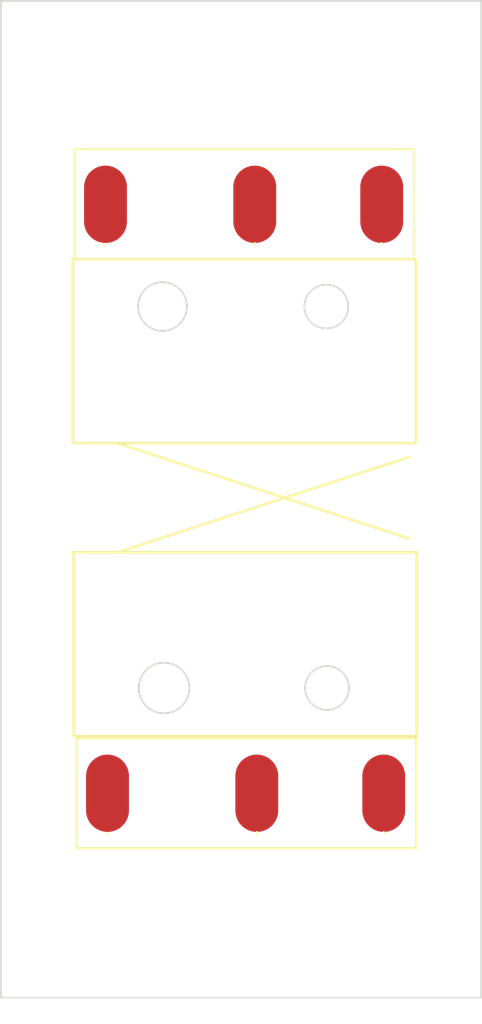
<source format=kicad_pcb>
(kicad_pcb (version 20221018) (generator pcbnew)
  (layers (0 "F.Cu" signal) (31 "B.Cu" signal) (34 "B.Paste" user) (35 "F.Paste" user) (36 "B.SilkS" user "B.Silkscreen") (37 "F.SilkS" user "F.Silkscreen") (38 "B.Mask" user) (39 "F.Mask" user) (44 "Edge.Cuts" user))
  (net 0 "")
  (footprint "MountingHole:MountingHole_3.2mm_M3" (layer "F.Cu") (at 89 118.5)
    (fp_text reference "REF**" hide)
    (fp_text value "MountingHole_3.2mm_M3")
    (pad "" np_thru_hole circle (at 0 0) (size 3.2 3.2) (drill 3.2) (layers "*.Cu" "*.Mask"))
  )
  (footprint "MountingHole:MountingHole_3.2mm_M3" (layer "F.Cu") (at 88.5 68)
    (fp_text reference "REF**" hide)
    (fp_text value "MountingHole_3.2mm_M3")
    (pad "" np_thru_hole circle (at 0 0) (size 3.2 3.2) (drill 3.2) (layers "F&B.Cu" "*.Mask"))
  )
  (footprint "custom_kicad_lib_sk:microswitch" (layer "F.Cu") (at 89.7992 75.838)
    (fp_text reference "SW1")
    (fp_text value "SW_SPDT")
    (fp_line (start -9.2 2.3) (end -9.2 2.4) (stroke (width 0.12)) (layer "F.SilkS"))
    (fp_line (start -0.5 2.25) (end -0.5 2.35) (stroke (width 0.12)) (layer "F.SilkS"))
    (fp_line (start 6.9 2.25) (end 6.9 2.35) (stroke (width 0.12)) (layer "F.SilkS"))
    (fp_rect (start -11 -3.2) (end 8.8 3.2) (stroke (width 0.12)) (fill none) (layer "F.SilkS"))
    (pad "1" smd oval (at 6.9 0) (size 2.5 4.5) (layers "F.Cu" "F.Paste" "F.Mask"))
    (pad "2" smd oval (at -9.2 0) (size 2.5 4.5) (layers "F.Cu" "F.Paste" "F.Mask"))
    (pad "3" smd oval (at -0.5 0) (size 2.5 4.5) (layers "F.Cu" "F.Paste" "F.Mask"))
  )
  (footprint "custom_kicad_lib_sk:microswitch" (layer "F.Cu") (at 89.916 110.109)
    (fp_text reference "SW2")
    (fp_text value "SW_SPDT")
    (fp_line (start -9.2 2.3) (end -9.2 2.4) (stroke (width 0.12)) (layer "F.SilkS"))
    (fp_line (start -0.5 2.25) (end -0.5 2.35) (stroke (width 0.12)) (layer "F.SilkS"))
    (fp_line (start 6.9 2.25) (end 6.9 2.35) (stroke (width 0.12)) (layer "F.SilkS"))
    (fp_rect (start -11 -3.2) (end 8.8 3.2) (stroke (width 0.12)) (fill none) (layer "F.SilkS"))
    (pad "1" smd oval (at 6.9 0) (size 2.5 4.5) (layers "F.Cu" "F.Paste" "F.Mask"))
    (pad "2" smd oval (at -9.2 0) (size 2.5 4.5) (layers "F.Cu" "F.Paste" "F.Mask"))
    (pad "3" smd oval (at -0.5 0) (size 2.5 4.5) (layers "F.Cu" "F.Paste" "F.Mask"))
  )
  (gr_line (start 81.339 96.085) (end 98.339 90.535) (stroke (width 0.15)) (layer "F.SilkS"))
  (gr_rect (start 78.739 96.085) (end 98.739 106.785) (stroke (width 0.15)) (fill none) (layer "F.SilkS"))
  (gr_line (start 98.2992 95.288) (end 81.2992 89.738) (stroke (width 0.15)) (layer "F.SilkS"))
  (gr_rect (start 98.6992 89.738) (end 78.6992 79.038) (stroke (width 0.15)) (fill none) (layer "F.SilkS"))
  (gr_rect (start 74.5 64) (end 102.5 122) (stroke (width 0.1)) (fill none) (layer "Edge.Cuts"))
  (gr_circle (center 83.9216 81.788) (end 82.501697 81.788) (stroke (width 0.1)) (fill none) (layer "Edge.Cuts"))
  (gr_circle (center 93.472 81.788) (end 92.195666 81.788) (stroke (width 0.1)) (fill none) (layer "Edge.Cuts"))
  (gr_circle (center 84.011 103.985) (end 85.484419 103.985) (stroke (width 0.1)) (fill none) (layer "Edge.Cuts"))
  (gr_circle (center 93.5106 103.985) (end 94.786934 103.985) (stroke (width 0.1)) (fill none) (layer "Edge.Cuts"))
)
</source>
